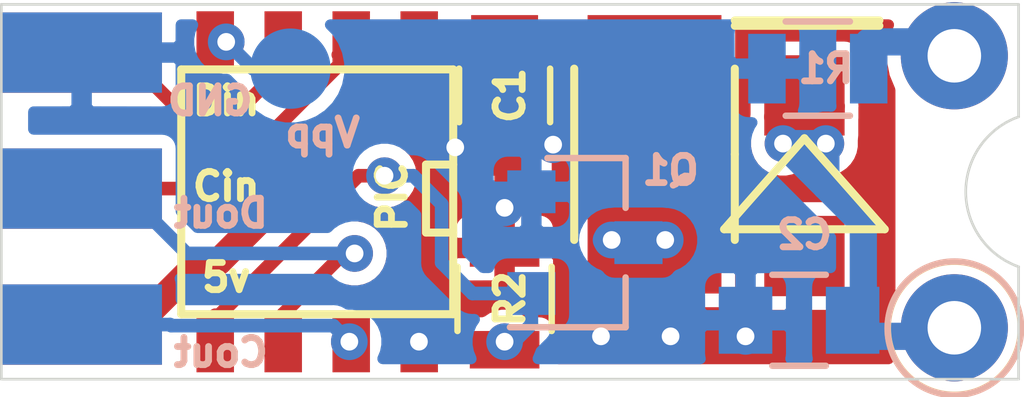
<source format=kicad_pcb>
(kicad_pcb (version 20171130) (host pcbnew "(5.1.4)-1")

  (general
    (thickness 1.6)
    (drawings 17)
    (tracks 95)
    (zones 0)
    (modules 12)
    (nets 12)
  )

  (page A4)
  (layers
    (0 F.Cu signal)
    (31 B.Cu signal)
    (32 B.Adhes user hide)
    (33 F.Adhes user hide)
    (34 B.Paste user hide)
    (35 F.Paste user hide)
    (36 B.SilkS user)
    (37 F.SilkS user)
    (38 B.Mask user)
    (39 F.Mask user)
    (40 Dwgs.User user hide)
    (41 Cmts.User user hide)
    (42 Eco1.User user hide)
    (43 Eco2.User user hide)
    (44 Edge.Cuts user)
    (45 Margin user hide)
    (46 B.CrtYd user hide)
    (47 F.CrtYd user hide)
    (48 B.Fab user hide)
    (49 F.Fab user hide)
  )

  (setup
    (last_trace_width 0.254)
    (user_trace_width 0.254)
    (user_trace_width 0.508)
    (trace_clearance 0.1524)
    (zone_clearance 0.254)
    (zone_45_only no)
    (trace_min 0.1524)
    (via_size 0.6858)
    (via_drill 0.3302)
    (via_min_size 0.508)
    (via_min_drill 0.254)
    (uvia_size 0.6858)
    (uvia_drill 0.3302)
    (uvias_allowed no)
    (uvia_min_size 0.2)
    (uvia_min_drill 0.1)
    (edge_width 0.05)
    (segment_width 0.2)
    (pcb_text_width 0.3)
    (pcb_text_size 1.5 1.5)
    (mod_edge_width 0.12)
    (mod_text_size 1 1)
    (mod_text_width 0.15)
    (pad_size 1.524 1.524)
    (pad_drill 0.762)
    (pad_to_mask_clearance 0.0508)
    (solder_mask_min_width 0.1016)
    (aux_axis_origin 0 0)
    (visible_elements 7FFFFFFF)
    (pcbplotparams
      (layerselection 0x010fc_ffffffff)
      (usegerberextensions false)
      (usegerberattributes false)
      (usegerberadvancedattributes false)
      (creategerberjobfile false)
      (excludeedgelayer true)
      (linewidth 0.100000)
      (plotframeref false)
      (viasonmask false)
      (mode 1)
      (useauxorigin false)
      (hpglpennumber 1)
      (hpglpenspeed 20)
      (hpglpendiameter 15.000000)
      (psnegative false)
      (psa4output false)
      (plotreference true)
      (plotvalue true)
      (plotinvisibletext false)
      (padsonsilk false)
      (subtractmaskfromsilk false)
      (outputformat 1)
      (mirror false)
      (drillshape 0)
      (scaleselection 1)
      (outputdirectory "gerber/"))
  )

  (net 0 "")
  (net 1 +5V)
  (net 2 GND)
  (net 3 "Net-(C2-Pad1)")
  (net 4 "Net-(D1-Pad2)")
  (net 5 "Net-(J1-Pad2)")
  (net 6 /SDAin)
  (net 7 /SCKin)
  (net 8 /SCKout)
  (net 9 /SDAout)
  (net 10 /Vpp)
  (net 11 "Net-(Q1-Pad1)")

  (net_class Default "This is the default net class."
    (clearance 0.1524)
    (trace_width 0.1524)
    (via_dia 0.6858)
    (via_drill 0.3302)
    (uvia_dia 0.6858)
    (uvia_drill 0.3302)
    (diff_pair_width 0.1524)
    (diff_pair_gap 0.1524)
    (add_net +5V)
    (add_net /SCKin)
    (add_net /SCKout)
    (add_net /SDAin)
    (add_net /SDAout)
    (add_net /Vpp)
    (add_net GND)
    (add_net "Net-(C2-Pad1)")
    (add_net "Net-(D1-Pad2)")
    (add_net "Net-(J1-Pad2)")
    (add_net "Net-(Q1-Pad1)")
  )

  (module neonpixel:SMD_pad (layer B.Cu) (tedit 5EB0150F) (tstamp 5EAED13B)
    (at 138.4 55)
    (path /5EB1C667)
    (fp_text reference J4 (at 0 -0.5) (layer B.Fab) hide
      (effects (font (size 1 1) (thickness 0.15)) (justify mirror))
    )
    (fp_text value Conn_01x01_Female (at 0 0.5) (layer B.Fab) hide
      (effects (font (size 1 1) (thickness 0.15)) (justify mirror))
    )
    (pad 1 smd circle (at 0 -1.2) (size 1.5 1.5) (layers B.Cu B.Paste B.Mask)
      (net 10 /Vpp))
  )

  (module SMD_Packages:SOIC-8-N (layer F.Cu) (tedit 5EB67B3C) (tstamp 5EB007FB)
    (at 138.9 56.1 180)
    (descr "Module Narrow CMS SOJ 8 pins large")
    (tags "CMS SOJ")
    (path /5EAE9375)
    (attr smd)
    (fp_text reference PIC (at -1.4 -0.1 270) (layer F.SilkS)
      (effects (font (size 0.508 0.508) (thickness 0.127)))
    )
    (fp_text value PIC16F15313 (at 0 1.27 180) (layer F.Fab)
      (effects (font (size 1 1) (thickness 0.15)))
    )
    (fp_line (start -2.54 -2.286) (end 2.54 -2.286) (layer F.SilkS) (width 0.15))
    (fp_line (start 2.54 -2.286) (end 2.54 2.286) (layer F.SilkS) (width 0.15))
    (fp_line (start 2.54 2.286) (end -2.54 2.286) (layer F.SilkS) (width 0.15))
    (fp_line (start -2.54 2.286) (end -2.54 -2.286) (layer F.SilkS) (width 0.15))
    (fp_line (start -2.54 -0.762) (end -2.032 -0.762) (layer F.SilkS) (width 0.15))
    (fp_line (start -2.032 -0.762) (end -2.032 0.508) (layer F.SilkS) (width 0.15))
    (fp_line (start -2.032 0.508) (end -2.54 0.508) (layer F.SilkS) (width 0.15))
    (pad 8 smd rect (at -1.905 -2.8 180) (size 0.7 1.143) (layers F.Cu F.Paste F.Mask)
      (net 2 GND))
    (pad 7 smd rect (at -0.635 -2.8 180) (size 0.7 1.143) (layers F.Cu F.Paste F.Mask)
      (net 8 /SCKout))
    (pad 6 smd rect (at 0.635 -2.8 180) (size 0.7 1.143) (layers F.Cu F.Paste F.Mask)
      (net 9 /SDAout))
    (pad 5 smd rect (at 1.905 -2.8 180) (size 0.7 1.143) (layers F.Cu F.Paste F.Mask)
      (net 11 "Net-(Q1-Pad1)"))
    (pad 4 smd rect (at 1.905 2.8 180) (size 0.7 1.143) (layers F.Cu F.Paste F.Mask)
      (net 10 /Vpp))
    (pad 3 smd rect (at 0.635 2.8 180) (size 0.7 1.143) (layers F.Cu F.Paste F.Mask)
      (net 6 /SDAin))
    (pad 2 smd rect (at -0.635 2.8 180) (size 0.7 1.143) (layers F.Cu F.Paste F.Mask)
      (net 7 /SCKin))
    (pad 1 smd rect (at -1.905 2.8 180) (size 0.7 1.143) (layers F.Cu F.Paste F.Mask)
      (net 1 +5V))
    (model SMD_Packages.3dshapes/SOIC-8-N.wrl
      (at (xyz 0 0 0))
      (scale (xyz 0.5 0.38 0.5))
      (rotate (xyz 0 0 0))
    )
  )

  (module neonpixel:NeonPins (layer F.Cu) (tedit 5EB006B1) (tstamp 5EB01BA7)
    (at 148.8 56.1 90)
    (path /5EAF66E3)
    (fp_text reference J1 (at 0 0.5 90) (layer F.Fab) hide
      (effects (font (size 1 1) (thickness 0.15)))
    )
    (fp_text value Conn_01x02_Female (at 0 -0.5 90) (layer F.Fab) hide
      (effects (font (size 1 1) (thickness 0.15)))
    )
    (pad 2 thru_hole circle (at 2.54 2 90) (size 2 2) (drill 1) (layers *.Cu *.Mask)
      (net 5 "Net-(J1-Pad2)"))
    (pad 1 thru_hole circle (at -2.54 2 90) (size 2 2) (drill 1) (layers *.Cu *.Mask)
      (net 3 "Net-(C2-Pad1)"))
  )

  (module neonpixel:SMD_inductor (layer F.Cu) (tedit 5EAFED1A) (tstamp 5EAECD40)
    (at 147.2 55.4 270)
    (path /5EAED63B)
    (fp_text reference L1 (at 0 0.5 90) (layer F.Fab) hide
      (effects (font (size 1 1) (thickness 0.15)))
    )
    (fp_text value 10uH (at 0 -2.1 90) (layer F.Fab) hide
      (effects (font (size 1 1) (thickness 0.15)))
    )
    (fp_line (start 0 0.5) (end -1.6 0.5) (layer F.SilkS) (width 0.15))
    (fp_line (start -1.6 3.5) (end 1.6 3.5) (layer F.SilkS) (width 0.15))
    (fp_line (start 1.6 0.5) (end 0 0.5) (layer F.SilkS) (width 0.15))
    (pad 1 smd rect (at -1.6 2 270) (size 2 2.5) (layers F.Cu F.Paste F.Mask)
      (net 1 +5V))
    (pad 2 smd rect (at 1.6 2 270) (size 2 2.5) (layers F.Cu F.Paste F.Mask)
      (net 4 "Net-(D1-Pad2)"))
  )

  (module neonpixel:SMD_Diode (layer F.Cu) (tedit 5EAFEAE2) (tstamp 5EAECD31)
    (at 149.5 55.8 270)
    (path /5EAEBEA7)
    (fp_text reference D1 (at 0 0.5 90) (layer F.Fab) hide
      (effects (font (size 1 1) (thickness 0.15)))
    )
    (fp_text value D_Schottky (at 0 -2.4 90) (layer F.Fab) hide
      (effects (font (size 1 1) (thickness 0.15)))
    )
    (fp_line (start -2.8 0.1) (end -2.8 2.8) (layer F.SilkS) (width 0.15))
    (fp_line (start 1 3) (end -0.7 1.5) (layer F.SilkS) (width 0.15))
    (fp_line (start 1 0) (end 1 3) (layer F.SilkS) (width 0.15))
    (fp_line (start -0.7 1.5) (end 1 0) (layer F.SilkS) (width 0.15))
    (fp_line (start -2.9 0.1) (end -2.9 2.8) (layer F.SilkS) (width 0.15))
    (pad 2 smd rect (at 1.5 1.5 270) (size 1.5 1.5) (layers F.Cu F.Paste F.Mask)
      (net 4 "Net-(D1-Pad2)"))
    (pad 1 smd rect (at -1.5 1.5 270) (size 1.5 1.5) (layers F.Cu F.Paste F.Mask)
      (net 3 "Net-(C2-Pad1)"))
  )

  (module neonpixel:SMD_3_pin_254 (layer B.Cu) (tedit 5EAED37C) (tstamp 5EAECF14)
    (at 134.5 53.5 180)
    (path /5EB1DEC1)
    (fp_text reference J3 (at 0 2.56) (layer B.SilkS) hide
      (effects (font (size 1 1) (thickness 0.15)) (justify mirror))
    )
    (fp_text value Conn_01x03_Female (at 0 -2.56) (layer B.Fab)
      (effects (font (size 1 1) (thickness 0.15)) (justify mirror))
    )
    (fp_text user %R (at 0 0 270) (layer B.Fab)
      (effects (font (size 1 1) (thickness 0.15)) (justify mirror))
    )
    (pad 3 smd rect (at 0 -5.08 180) (size 3 1.5) (layers B.Cu B.Paste B.Mask)
      (net 8 /SCKout))
    (pad 1 smd rect (at 0 0 180) (size 3 1.5) (layers B.Cu B.Paste B.Mask)
      (net 2 GND))
    (pad 2 smd rect (at 0 -2.54 180) (size 3 1.5) (layers B.Cu B.Paste B.Mask)
      (net 9 /SDAout))
  )

  (module neonpixel:SMD_3_pin_254 (layer F.Cu) (tedit 5EAED37C) (tstamp 5EAECD37)
    (at 134.5 58.58 180)
    (path /5EB1D17B)
    (fp_text reference J2 (at 0 -2.56) (layer F.SilkS) hide
      (effects (font (size 1 1) (thickness 0.15)))
    )
    (fp_text value Conn_01x03_Female (at 0 2.56) (layer F.Fab)
      (effects (font (size 1 1) (thickness 0.15)))
    )
    (fp_text user %R (at 0 0 90) (layer F.Fab)
      (effects (font (size 1 1) (thickness 0.15)))
    )
    (pad 3 smd rect (at 0 5.08 180) (size 3 1.5) (layers F.Cu F.Paste F.Mask)
      (net 6 /SDAin))
    (pad 1 smd rect (at 0 0 180) (size 3 1.5) (layers F.Cu F.Paste F.Mask)
      (net 1 +5V))
    (pad 2 smd rect (at 0 2.54 180) (size 3 1.5) (layers F.Cu F.Paste F.Mask)
      (net 7 /SCKin))
  )

  (module Resistors_SMD:R_0805 (layer F.Cu) (tedit 58E0A804) (tstamp 5EAECD49)
    (at 142.4 58.1 90)
    (descr "Resistor SMD 0805, reflow soldering, Vishay (see dcrcw.pdf)")
    (tags "resistor 0805")
    (path /5EAEC3E7)
    (attr smd)
    (fp_text reference R2 (at 0 0.1 90) (layer F.SilkS)
      (effects (font (size 0.508 0.508) (thickness 0.127)))
    )
    (fp_text value 100K (at 0 1.75 90) (layer F.Fab)
      (effects (font (size 1 1) (thickness 0.15)))
    )
    (fp_text user %R (at 0.2 0.41 90) (layer F.Fab)
      (effects (font (size 0.5 0.5) (thickness 0.075)))
    )
    (fp_line (start -1 0.62) (end -1 -0.62) (layer F.Fab) (width 0.1))
    (fp_line (start 1 0.62) (end -1 0.62) (layer F.Fab) (width 0.1))
    (fp_line (start 1 -0.62) (end 1 0.62) (layer F.Fab) (width 0.1))
    (fp_line (start -1 -0.62) (end 1 -0.62) (layer F.Fab) (width 0.1))
    (fp_line (start 0.6 0.88) (end -0.6 0.88) (layer F.SilkS) (width 0.12))
    (fp_line (start -0.6 -0.88) (end 0.6 -0.88) (layer F.SilkS) (width 0.12))
    (fp_line (start -1.55 -0.9) (end 1.55 -0.9) (layer F.CrtYd) (width 0.05))
    (fp_line (start -1.55 -0.9) (end -1.55 0.9) (layer F.CrtYd) (width 0.05))
    (fp_line (start 1.55 0.9) (end 1.55 -0.9) (layer F.CrtYd) (width 0.05))
    (fp_line (start 1.55 0.9) (end -1.55 0.9) (layer F.CrtYd) (width 0.05))
    (pad 1 smd rect (at -0.95 0 90) (size 0.7 1.3) (layers F.Cu F.Paste F.Mask)
      (net 11 "Net-(Q1-Pad1)"))
    (pad 2 smd rect (at 0.95 0 90) (size 0.7 1.3) (layers F.Cu F.Paste F.Mask)
      (net 2 GND))
    (model ${KISYS3DMOD}/Resistors_SMD.3dshapes/R_0805.wrl
      (at (xyz 0 0 0))
      (scale (xyz 1 1 1))
      (rotate (xyz 0 0 0))
    )
  )

  (module Resistors_SMD:R_0805 (layer B.Cu) (tedit 58E0A804) (tstamp 5EAED3FF)
    (at 148.25 53.8 180)
    (descr "Resistor SMD 0805, reflow soldering, Vishay (see dcrcw.pdf)")
    (tags "resistor 0805")
    (path /5EAEC980)
    (attr smd)
    (fp_text reference R1 (at -0.15 0) (layer B.SilkS)
      (effects (font (size 0.508 0.508) (thickness 0.127)) (justify mirror))
    )
    (fp_text value 10K (at 0 -1.75) (layer B.Fab)
      (effects (font (size 1 1) (thickness 0.15)) (justify mirror))
    )
    (fp_text user %R (at 0 0) (layer B.Fab)
      (effects (font (size 0.5 0.5) (thickness 0.075)) (justify mirror))
    )
    (fp_line (start -1 -0.62) (end -1 0.62) (layer B.Fab) (width 0.1))
    (fp_line (start 1 -0.62) (end -1 -0.62) (layer B.Fab) (width 0.1))
    (fp_line (start 1 0.62) (end 1 -0.62) (layer B.Fab) (width 0.1))
    (fp_line (start -1 0.62) (end 1 0.62) (layer B.Fab) (width 0.1))
    (fp_line (start 0.6 -0.88) (end -0.6 -0.88) (layer B.SilkS) (width 0.12))
    (fp_line (start -0.6 0.88) (end 0.6 0.88) (layer B.SilkS) (width 0.12))
    (fp_line (start -1.55 0.9) (end 1.55 0.9) (layer B.CrtYd) (width 0.05))
    (fp_line (start -1.55 0.9) (end -1.55 -0.9) (layer B.CrtYd) (width 0.05))
    (fp_line (start 1.55 -0.9) (end 1.55 0.9) (layer B.CrtYd) (width 0.05))
    (fp_line (start 1.55 -0.9) (end -1.55 -0.9) (layer B.CrtYd) (width 0.05))
    (pad 1 smd rect (at -0.95 0 180) (size 0.7 1.3) (layers B.Cu B.Paste B.Mask)
      (net 5 "Net-(J1-Pad2)"))
    (pad 2 smd rect (at 0.95 0 180) (size 0.7 1.3) (layers B.Cu B.Paste B.Mask)
      (net 2 GND))
    (model ${KISYS3DMOD}/Resistors_SMD.3dshapes/R_0805.wrl
      (at (xyz 0 0 0))
      (scale (xyz 1 1 1))
      (rotate (xyz 0 0 0))
    )
  )

  (module TO_SOT_Packages_SMD:SOT-23 (layer B.Cu) (tedit 58CE4E7E) (tstamp 5EAED4AF)
    (at 143.9 57.05)
    (descr "SOT-23, Standard")
    (tags SOT-23)
    (path /5EAE9CA1)
    (attr smd)
    (fp_text reference Q1 (at 1.6 -1.35) (layer B.SilkS)
      (effects (font (size 0.508 0.508) (thickness 0.127)) (justify mirror))
    )
    (fp_text value BSS138 (at 0 -2.5) (layer B.Fab)
      (effects (font (size 1 1) (thickness 0.15)) (justify mirror))
    )
    (fp_text user %R (at 0 0 270) (layer B.Fab)
      (effects (font (size 0.5 0.5) (thickness 0.075)) (justify mirror))
    )
    (fp_line (start -0.7 0.95) (end -0.7 -1.5) (layer B.Fab) (width 0.1))
    (fp_line (start -0.15 1.52) (end 0.7 1.52) (layer B.Fab) (width 0.1))
    (fp_line (start -0.7 0.95) (end -0.15 1.52) (layer B.Fab) (width 0.1))
    (fp_line (start 0.7 1.52) (end 0.7 -1.52) (layer B.Fab) (width 0.1))
    (fp_line (start -0.7 -1.52) (end 0.7 -1.52) (layer B.Fab) (width 0.1))
    (fp_line (start 0.76 -1.58) (end 0.76 -0.65) (layer B.SilkS) (width 0.12))
    (fp_line (start 0.76 1.58) (end 0.76 0.65) (layer B.SilkS) (width 0.12))
    (fp_line (start -1.7 1.75) (end 1.7 1.75) (layer B.CrtYd) (width 0.05))
    (fp_line (start 1.7 1.75) (end 1.7 -1.75) (layer B.CrtYd) (width 0.05))
    (fp_line (start 1.7 -1.75) (end -1.7 -1.75) (layer B.CrtYd) (width 0.05))
    (fp_line (start -1.7 -1.75) (end -1.7 1.75) (layer B.CrtYd) (width 0.05))
    (fp_line (start 0.76 1.58) (end -1.4 1.58) (layer B.SilkS) (width 0.12))
    (fp_line (start 0.76 -1.58) (end -0.7 -1.58) (layer B.SilkS) (width 0.12))
    (pad 1 smd rect (at -1 0.95) (size 0.9 0.8) (layers B.Cu B.Paste B.Mask)
      (net 11 "Net-(Q1-Pad1)"))
    (pad 2 smd rect (at -1 -0.95) (size 0.9 0.8) (layers B.Cu B.Paste B.Mask)
      (net 2 GND))
    (pad 3 smd rect (at 1 0) (size 0.9 0.8) (layers B.Cu B.Paste B.Mask)
      (net 4 "Net-(D1-Pad2)"))
    (model ${KISYS3DMOD}/TO_SOT_Packages_SMD.3dshapes/SOT-23.wrl
      (at (xyz 0 0 0))
      (scale (xyz 1 1 1))
      (rotate (xyz 0 0 0))
    )
  )

  (module Capacitors_SMD:C_0805 (layer B.Cu) (tedit 58AA8463) (tstamp 5EAECD2E)
    (at 147.9 58.5 180)
    (descr "Capacitor SMD 0805, reflow soldering, AVX (see smccp.pdf)")
    (tags "capacitor 0805")
    (path /5EAECE88)
    (attr smd)
    (fp_text reference C2 (at -0.1 1.6) (layer B.SilkS)
      (effects (font (size 0.508 0.508) (thickness 0.127)) (justify mirror))
    )
    (fp_text value 1n (at 0 -1.75) (layer B.Fab)
      (effects (font (size 1 1) (thickness 0.15)) (justify mirror))
    )
    (fp_text user %R (at 0 1.5) (layer B.Fab)
      (effects (font (size 1 1) (thickness 0.15)) (justify mirror))
    )
    (fp_line (start -1 -0.62) (end -1 0.62) (layer B.Fab) (width 0.1))
    (fp_line (start 1 -0.62) (end -1 -0.62) (layer B.Fab) (width 0.1))
    (fp_line (start 1 0.62) (end 1 -0.62) (layer B.Fab) (width 0.1))
    (fp_line (start -1 0.62) (end 1 0.62) (layer B.Fab) (width 0.1))
    (fp_line (start 0.5 0.85) (end -0.5 0.85) (layer B.SilkS) (width 0.12))
    (fp_line (start -0.5 -0.85) (end 0.5 -0.85) (layer B.SilkS) (width 0.12))
    (fp_line (start -1.75 0.88) (end 1.75 0.88) (layer B.CrtYd) (width 0.05))
    (fp_line (start -1.75 0.88) (end -1.75 -0.87) (layer B.CrtYd) (width 0.05))
    (fp_line (start 1.75 -0.87) (end 1.75 0.88) (layer B.CrtYd) (width 0.05))
    (fp_line (start 1.75 -0.87) (end -1.75 -0.87) (layer B.CrtYd) (width 0.05))
    (pad 1 smd rect (at -1 0 180) (size 1 1.25) (layers B.Cu B.Paste B.Mask)
      (net 3 "Net-(C2-Pad1)"))
    (pad 2 smd rect (at 1 0 180) (size 1 1.25) (layers B.Cu B.Paste B.Mask)
      (net 2 GND))
    (model Capacitors_SMD.3dshapes/C_0805.wrl
      (at (xyz 0 0 0))
      (scale (xyz 1 1 1))
      (rotate (xyz 0 0 0))
    )
  )

  (module Capacitors_SMD:C_0805 (layer F.Cu) (tedit 58AA8463) (tstamp 5EAECD2B)
    (at 142.4 54.3 270)
    (descr "Capacitor SMD 0805, reflow soldering, AVX (see smccp.pdf)")
    (tags "capacitor 0805")
    (path /5EAED232)
    (attr smd)
    (fp_text reference C1 (at 0 -0.1 90) (layer F.SilkS)
      (effects (font (size 0.508 0.508) (thickness 0.127)))
    )
    (fp_text value 100n (at 0 1.75 90) (layer F.Fab)
      (effects (font (size 1 1) (thickness 0.15)))
    )
    (fp_text user %R (at 0 -1.5 90) (layer F.Fab)
      (effects (font (size 1 1) (thickness 0.15)))
    )
    (fp_line (start -1 0.62) (end -1 -0.62) (layer F.Fab) (width 0.1))
    (fp_line (start 1 0.62) (end -1 0.62) (layer F.Fab) (width 0.1))
    (fp_line (start 1 -0.62) (end 1 0.62) (layer F.Fab) (width 0.1))
    (fp_line (start -1 -0.62) (end 1 -0.62) (layer F.Fab) (width 0.1))
    (fp_line (start 0.5 -0.85) (end -0.5 -0.85) (layer F.SilkS) (width 0.12))
    (fp_line (start -0.5 0.85) (end 0.5 0.85) (layer F.SilkS) (width 0.12))
    (fp_line (start -1.75 -0.88) (end 1.75 -0.88) (layer F.CrtYd) (width 0.05))
    (fp_line (start -1.75 -0.88) (end -1.75 0.87) (layer F.CrtYd) (width 0.05))
    (fp_line (start 1.75 0.87) (end 1.75 -0.88) (layer F.CrtYd) (width 0.05))
    (fp_line (start 1.75 0.87) (end -1.75 0.87) (layer F.CrtYd) (width 0.05))
    (pad 1 smd rect (at -1 0 270) (size 1 1.25) (layers F.Cu F.Paste F.Mask)
      (net 1 +5V))
    (pad 2 smd rect (at 1 0 270) (size 1 1.25) (layers F.Cu F.Paste F.Mask)
      (net 2 GND))
    (model Capacitors_SMD.3dshapes/C_0805.wrl
      (at (xyz 0 0 0))
      (scale (xyz 1 1 1))
      (rotate (xyz 0 0 0))
    )
  )

  (gr_circle (center 150.7998 58.6486) (end 151.8412 57.9628) (layer B.SilkS) (width 0.12))
  (gr_circle (center 150.7998 58.6486) (end 151.7396 57.8358) (layer F.SilkS) (width 0.12))
  (gr_arc (start 152.5 56.1) (end 152.000002 54.700002) (angle -140.6923752) (layer Edge.Cuts) (width 0.05))
  (gr_text "pierre muth" (at 144.018 54.5084) (layer B.Mask)
    (effects (font (size 0.508 0.5588) (thickness 0.0762)) (justify mirror))
  )
  (gr_text NeonPixel (at 143.1036 53.594) (layer B.Mask)
    (effects (font (size 0.889 0.9652) (thickness 0.127)) (justify mirror))
  )
  (gr_text Vpp (at 139 55) (layer B.SilkS) (tstamp 5EB022ED)
    (effects (font (size 0.508 0.508) (thickness 0.127)) (justify mirror))
  )
  (gr_text Din (at 137.2 54.4) (layer F.SilkS) (tstamp 5EB01DC4)
    (effects (font (size 0.508 0.508) (thickness 0.127)))
  )
  (gr_text Cin (at 137.2 56) (layer F.SilkS) (tstamp 5EB01DC4)
    (effects (font (size 0.508 0.508) (thickness 0.127)))
  )
  (gr_text "Cout\n" (at 137.1 59.1) (layer B.SilkS) (tstamp 5EB01DA8)
    (effects (font (size 0.508 0.508) (thickness 0.127)) (justify mirror))
  )
  (gr_text Dout (at 137.1 56.5) (layer B.SilkS) (tstamp 5EB01DA8)
    (effects (font (size 0.508 0.508) (thickness 0.127)) (justify mirror))
  )
  (gr_text GND (at 136.9 54.4) (layer B.SilkS)
    (effects (font (size 0.508 0.508) (thickness 0.127)) (justify mirror))
  )
  (gr_text 5v (at 137.2 57.7) (layer F.SilkS)
    (effects (font (size 0.508 0.508) (thickness 0.127)))
  )
  (gr_line (start 152 59.6) (end 152 57.5) (layer Edge.Cuts) (width 0.05))
  (gr_line (start 152 52.6) (end 152 54.7) (layer Edge.Cuts) (width 0.05))
  (gr_line (start 133 52.6) (end 133 59.6) (layer Edge.Cuts) (width 0.05) (tstamp 5EAED5FE))
  (gr_line (start 152 52.6) (end 133 52.6) (layer Edge.Cuts) (width 0.05))
  (gr_line (start 133 59.6) (end 152 59.6) (layer Edge.Cuts) (width 0.05))

  (segment (start 140.805 52.925) (end 140.825 52.925) (width 0.254) (layer F.Cu) (net 1))
  (segment (start 141.2 53.3) (end 142.4 53.3) (width 0.254) (layer F.Cu) (net 1))
  (segment (start 140.825 52.925) (end 141.2 53.3) (width 0.254) (layer F.Cu) (net 1))
  (segment (start 144.5 53.3) (end 145 53.8) (width 0.508) (layer F.Cu) (net 1))
  (segment (start 142.4 53.3) (end 144.5 53.3) (width 0.508) (layer F.Cu) (net 1))
  (segment (start 135.437022 58.58) (end 134.5 58.58) (width 0.508) (layer F.Cu) (net 1))
  (segment (start 142.4 53.3) (end 141.267 53.3) (width 0.508) (layer F.Cu) (net 1))
  (segment (start 141.267 53.3) (end 140.805 53.3) (width 0.508) (layer F.Cu) (net 1))
  (segment (start 135.25 58.58) (end 134.5 58.58) (width 0.508) (layer F.Cu) (net 1))
  (segment (start 135.4252 58.58) (end 134.5 58.58) (width 0.508) (layer F.Cu) (net 1))
  (segment (start 135.5268 58.58) (end 134.5 58.58) (width 0.508) (layer F.Cu) (net 1))
  (segment (start 140.805 54.0638) (end 140.13179 54.73701) (width 0.508) (layer F.Cu) (net 1))
  (segment (start 140.805 53.3) (end 140.805 54.0638) (width 0.508) (layer F.Cu) (net 1))
  (segment (start 140.13179 54.73701) (end 139.72539 54.73701) (width 0.508) (layer F.Cu) (net 1))
  (segment (start 139.72539 54.73701) (end 137.0584 57.404) (width 0.508) (layer F.Cu) (net 1))
  (segment (start 137.0584 57.404) (end 136.7028 57.404) (width 0.508) (layer F.Cu) (net 1))
  (segment (start 136.7028 57.404) (end 135.5268 58.58) (width 0.508) (layer F.Cu) (net 1))
  (via (at 146.9 58.8) (size 0.6858) (drill 0.3302) (layers F.Cu B.Cu) (net 2))
  (via (at 140.8 58.9) (size 0.6858) (drill 0.3302) (layers F.Cu B.Cu) (net 2))
  (via (at 144.2 58.8) (size 0.6858) (drill 0.3302) (layers F.Cu B.Cu) (net 2))
  (via (at 145.5 58.8) (size 0.6858) (drill 0.3302) (layers F.Cu B.Cu) (net 2))
  (via (at 142.4 56.4) (size 0.6858) (drill 0.3302) (layers F.Cu B.Cu) (net 2))
  (via (at 141.478 55.2704) (size 0.6858) (drill 0.3302) (layers F.Cu B.Cu) (net 2))
  (via (at 143.3068 55.2196) (size 0.6858) (drill 0.3302) (layers F.Cu B.Cu) (net 2))
  (segment (start 150.94 58.8) (end 151.1 58.64) (width 0.508) (layer B.Cu) (net 3))
  (segment (start 148.5 54.5) (end 148 54) (width 0.508) (layer F.Cu) (net 3))
  (segment (start 148.5 54.7) (end 148.5 54.5) (width 0.508) (layer F.Cu) (net 3))
  (segment (start 148 54.2) (end 147.5 54.7) (width 0.508) (layer F.Cu) (net 3))
  (segment (start 148 54) (end 148 54.2) (width 0.508) (layer F.Cu) (net 3))
  (segment (start 150.64 58.8) (end 150.8 58.64) (width 0.508) (layer B.Cu) (net 3))
  (segment (start 149.1 58.8) (end 150.64 58.8) (width 0.508) (layer B.Cu) (net 3))
  (via (at 147.6 55.2) (size 0.6858) (drill 0.3302) (layers F.Cu B.Cu) (net 3))
  (segment (start 148 54.3) (end 148 54.8) (width 0.508) (layer F.Cu) (net 3))
  (segment (start 148 54.8) (end 147.6 55.2) (width 0.508) (layer F.Cu) (net 3))
  (segment (start 149.1 56.7) (end 149.1 58.5) (width 0.508) (layer B.Cu) (net 3))
  (via (at 148.4 55.2) (size 0.6858) (drill 0.3302) (layers F.Cu B.Cu) (net 3))
  (segment (start 148.4 56) (end 148.4 55.2) (width 0.508) (layer B.Cu) (net 3))
  (segment (start 148.4 56) (end 149.1 56.7) (width 0.508) (layer B.Cu) (net 3))
  (segment (start 147.6 55.2) (end 148.4 56) (width 0.508) (layer B.Cu) (net 3))
  (segment (start 148.4 54.7) (end 148 54.3) (width 0.508) (layer F.Cu) (net 3))
  (segment (start 148.4 55.2) (end 148.4 54.7) (width 0.508) (layer F.Cu) (net 3))
  (segment (start 147.6 55.2) (end 148.4 55.2) (width 0.508) (layer B.Cu) (net 3))
  (via (at 144.4 57) (size 0.6858) (drill 0.3302) (layers F.Cu B.Cu) (net 4))
  (segment (start 148 57) (end 145.4 57) (width 0.508) (layer F.Cu) (net 4))
  (via (at 145.4 57) (size 0.6858) (drill 0.3302) (layers F.Cu B.Cu) (net 4))
  (segment (start 145 57) (end 145.4 57) (width 0.508) (layer F.Cu) (net 4))
  (segment (start 145.35 57.05) (end 145.4 57) (width 0.508) (layer B.Cu) (net 4))
  (segment (start 144.9 57.05) (end 145.35 57.05) (width 0.508) (layer B.Cu) (net 4))
  (segment (start 144.35 57.05) (end 144.3 57) (width 0.508) (layer B.Cu) (net 4))
  (segment (start 144.9 57.05) (end 144.35 57.05) (width 0.508) (layer B.Cu) (net 4))
  (segment (start 150.84 53.3) (end 151.1 53.56) (width 0.508) (layer B.Cu) (net 5))
  (segment (start 150.54 53.3) (end 150.8 53.56) (width 0.508) (layer B.Cu) (net 5))
  (segment (start 149.2 53.3) (end 150.54 53.3) (width 0.508) (layer B.Cu) (net 5))
  (segment (start 138.265 53.3) (end 138.265 53.759) (width 0.254) (layer F.Cu) (net 6))
  (segment (start 138.265 53.759) (end 137.4648 54.5592) (width 0.254) (layer F.Cu) (net 6))
  (segment (start 135.25 53.5) (end 134.5 53.5) (width 0.254) (layer F.Cu) (net 6))
  (segment (start 136.3092 54.5592) (end 135.25 53.5) (width 0.254) (layer F.Cu) (net 6))
  (segment (start 137.4648 54.5592) (end 136.3092 54.5592) (width 0.254) (layer F.Cu) (net 6))
  (segment (start 139.535 53.2425) (end 139.535 52.925) (width 0.254) (layer F.Cu) (net 7))
  (segment (start 139.535 53.3) (end 139.535 53.6066) (width 0.254) (layer F.Cu) (net 7))
  (segment (start 139.2936 53.5414) (end 139.535 53.3) (width 0.254) (layer F.Cu) (net 7))
  (segment (start 137 56.04) (end 134.5 56.04) (width 0.254) (layer F.Cu) (net 7))
  (segment (start 139.535 53.3) (end 139.535 53.505) (width 0.254) (layer F.Cu) (net 7))
  (segment (start 139.535 53.505) (end 137 56.04) (width 0.254) (layer F.Cu) (net 7))
  (segment (start 136.1524 58.58) (end 136.1724 58.6) (width 0.254) (layer B.Cu) (net 8))
  (segment (start 139.5 58.9) (end 139.5 59.24) (width 0.254) (layer F.Cu) (net 8))
  (segment (start 139.5 59.24) (end 139.535 59.275) (width 0.254) (layer F.Cu) (net 8))
  (segment (start 139.2 58.6) (end 139.5 58.9) (width 0.254) (layer B.Cu) (net 8))
  (segment (start 136.1724 58.6) (end 139.2 58.6) (width 0.254) (layer B.Cu) (net 8))
  (via (at 139.5 58.9) (size 0.6858) (drill 0.3302) (layers F.Cu B.Cu) (net 8))
  (segment (start 134.5 58.58) (end 136.1524 58.58) (width 0.254) (layer B.Cu) (net 8))
  (segment (start 136.4616 57.2516) (end 135.25 56.04) (width 0.254) (layer B.Cu) (net 9))
  (segment (start 139.3952 57.2516) (end 139.5984 57.2516) (width 0.254) (layer F.Cu) (net 9))
  (segment (start 139.5984 57.2516) (end 136.4616 57.2516) (width 0.254) (layer B.Cu) (net 9))
  (segment (start 138.265 58.9) (end 138.265 58.3818) (width 0.254) (layer F.Cu) (net 9))
  (segment (start 138.265 58.3818) (end 139.3952 57.2516) (width 0.254) (layer F.Cu) (net 9))
  (via (at 139.5984 57.2516) (size 0.6858) (drill 0.3302) (layers F.Cu B.Cu) (net 9))
  (segment (start 135.25 56.04) (end 134.5 56.04) (width 0.254) (layer B.Cu) (net 9))
  (segment (start 137.1 53.4) (end 137 53.3) (width 0.254) (layer B.Cu) (net 10))
  (via (at 137.2 53.3) (size 0.6858) (drill 0.3302) (layers F.Cu B.Cu) (net 10))
  (segment (start 138.4 53.8) (end 137.7 53.8) (width 0.254) (layer B.Cu) (net 10))
  (segment (start 137.7 53.8) (end 137.2 53.3) (width 0.254) (layer B.Cu) (net 10))
  (via (at 142.4 58.9) (size 0.6858) (drill 0.3302) (layers F.Cu B.Cu) (net 11))
  (segment (start 142.9 58.5797) (end 142.4 59.0797) (width 0.254) (layer B.Cu) (net 11))
  (segment (start 142.9 58) (end 142.9 58.5797) (width 0.254) (layer B.Cu) (net 11))
  (segment (start 141.8 58) (end 142.9 58) (width 0.254) (layer B.Cu) (net 11))
  (segment (start 141.224 57.424) (end 141.8 58) (width 0.254) (layer B.Cu) (net 11))
  (segment (start 136.995 58.405) (end 136.995 59.275) (width 0.254) (layer F.Cu) (net 11))
  (segment (start 140.1572 55.8) (end 140.6944 55.8) (width 0.254) (layer B.Cu) (net 11))
  (segment (start 140.6944 55.8) (end 141.224 56.3296) (width 0.254) (layer B.Cu) (net 11))
  (segment (start 141.224 56.3296) (end 141.224 57.424) (width 0.254) (layer B.Cu) (net 11))
  (via (at 140.1572 55.8) (size 0.6858) (drill 0.3302) (layers F.Cu B.Cu) (net 11))
  (segment (start 136.995 58.477267) (end 136.995 58.9) (width 0.254) (layer F.Cu) (net 11))
  (segment (start 139.672267 55.8) (end 136.995 58.477267) (width 0.254) (layer F.Cu) (net 11))
  (segment (start 140.1572 55.8) (end 139.672267 55.8) (width 0.254) (layer F.Cu) (net 11))

  (zone (net 2) (net_name GND) (layer B.Cu) (tstamp 5EB047F8) (hatch edge 0.508)
    (connect_pads (clearance 0.254))
    (min_thickness 0.2032)
    (fill yes (arc_segments 32) (thermal_gap 0.254) (thermal_bridge_width 0.381))
    (polygon
      (pts
        (xy 133.5 52.6) (xy 149.6 52.6) (xy 149.6 59.6) (xy 133.5 59.6)
      )
    )
    (filled_polygon
      (pts
        (xy 136.528343 53.096255) (xy 136.5015 53.231204) (xy 136.5015 53.368796) (xy 136.528343 53.503745) (xy 136.580997 53.630864)
        (xy 136.657439 53.745268) (xy 136.754732 53.842561) (xy 136.869136 53.919003) (xy 136.996255 53.971657) (xy 137.131204 53.9985)
        (xy 137.216 53.9985) (xy 137.336116 54.118616) (xy 137.336887 54.122492) (xy 137.42023 54.323698) (xy 137.541224 54.504779)
        (xy 137.695221 54.658776) (xy 137.876302 54.77977) (xy 138.077508 54.863113) (xy 138.291108 54.9056) (xy 138.508892 54.9056)
        (xy 138.722492 54.863113) (xy 138.923698 54.77977) (xy 139.104779 54.658776) (xy 139.258776 54.504779) (xy 139.37977 54.323698)
        (xy 139.463113 54.122492) (xy 139.5056 53.908892) (xy 139.5056 53.691108) (xy 139.463113 53.477508) (xy 139.37977 53.276302)
        (xy 139.258776 53.095221) (xy 139.144155 52.9806) (xy 146.637335 52.9806) (xy 146.619878 53.013259) (xy 146.599545 53.08029)
        (xy 146.592679 53.15) (xy 146.5944 53.6222) (xy 146.6833 53.7111) (xy 147.2111 53.7111) (xy 147.2111 53.6911)
        (xy 147.3889 53.6911) (xy 147.3889 53.7111) (xy 147.9167 53.7111) (xy 148.0056 53.6222) (xy 148.007321 53.15)
        (xy 148.000455 53.08029) (xy 147.980122 53.013259) (xy 147.962665 52.9806) (xy 148.537336 52.9806) (xy 148.519879 53.01326)
        (xy 148.499546 53.08029) (xy 148.49268 53.15) (xy 148.49268 54.45) (xy 148.498331 54.507375) (xy 148.468796 54.5015)
        (xy 148.331204 54.5015) (xy 148.196255 54.528343) (xy 148.069136 54.580997) (xy 148.055063 54.5904) (xy 147.978166 54.5904)
        (xy 147.980122 54.586741) (xy 148.000455 54.51971) (xy 148.007321 54.45) (xy 148.0056 53.9778) (xy 147.9167 53.8889)
        (xy 147.3889 53.8889) (xy 147.3889 53.9089) (xy 147.2111 53.9089) (xy 147.2111 53.8889) (xy 146.6833 53.8889)
        (xy 146.5944 53.9778) (xy 146.592679 54.45) (xy 146.599545 54.51971) (xy 146.619878 54.586741) (xy 146.652898 54.648517)
        (xy 146.697336 54.702664) (xy 146.751483 54.747102) (xy 146.813259 54.780122) (xy 146.88029 54.800455) (xy 146.95 54.807321)
        (xy 147.022786 54.806594) (xy 146.980997 54.869136) (xy 146.928343 54.996255) (xy 146.9015 55.131204) (xy 146.9015 55.268796)
        (xy 146.928343 55.403745) (xy 146.980997 55.530864) (xy 147.057439 55.645268) (xy 147.154732 55.742561) (xy 147.269136 55.819003)
        (xy 147.396255 55.871657) (xy 147.412856 55.874959) (xy 147.94777 56.409874) (xy 147.966862 56.433138) (xy 147.990131 56.452235)
        (xy 148.4904 56.952505) (xy 148.4904 57.51768) (xy 148.4 57.51768) (xy 148.33029 57.524546) (xy 148.26326 57.544879)
        (xy 148.201484 57.577899) (xy 148.147337 57.622337) (xy 148.102899 57.676484) (xy 148.069879 57.73826) (xy 148.049546 57.80529)
        (xy 148.04268 57.875) (xy 148.04268 59.125) (xy 148.049546 59.19471) (xy 148.057036 59.2194) (xy 147.742966 59.2194)
        (xy 147.750455 59.19471) (xy 147.757321 59.125) (xy 147.7556 58.6778) (xy 147.6667 58.5889) (xy 146.9889 58.5889)
        (xy 146.9889 58.6089) (xy 146.8111 58.6089) (xy 146.8111 58.5889) (xy 146.1333 58.5889) (xy 146.0444 58.6778)
        (xy 146.042679 59.125) (xy 146.049545 59.19471) (xy 146.057034 59.2194) (xy 143.023752 59.2194) (xy 143.071657 59.103745)
        (xy 143.074935 59.087264) (xy 143.224487 58.937713) (xy 143.242901 58.922601) (xy 143.303209 58.849115) (xy 143.348022 58.765277)
        (xy 143.350436 58.75732) (xy 143.350449 58.757276) (xy 143.41971 58.750454) (xy 143.48674 58.730121) (xy 143.548516 58.697101)
        (xy 143.602663 58.652663) (xy 143.647101 58.598516) (xy 143.680121 58.53674) (xy 143.700454 58.46971) (xy 143.70732 58.4)
        (xy 143.70732 57.875) (xy 146.042679 57.875) (xy 146.0444 58.3222) (xy 146.1333 58.4111) (xy 146.8111 58.4111)
        (xy 146.8111 57.6083) (xy 146.9889 57.6083) (xy 146.9889 58.4111) (xy 147.6667 58.4111) (xy 147.7556 58.3222)
        (xy 147.757321 57.875) (xy 147.750455 57.80529) (xy 147.730122 57.738259) (xy 147.697102 57.676483) (xy 147.652664 57.622336)
        (xy 147.598517 57.577898) (xy 147.536741 57.544878) (xy 147.46971 57.524545) (xy 147.4 57.517679) (xy 147.0778 57.5194)
        (xy 146.9889 57.6083) (xy 146.8111 57.6083) (xy 146.7222 57.5194) (xy 146.4 57.517679) (xy 146.33029 57.524545)
        (xy 146.263259 57.544878) (xy 146.201483 57.577898) (xy 146.147336 57.622336) (xy 146.102898 57.676483) (xy 146.069878 57.738259)
        (xy 146.049545 57.80529) (xy 146.042679 57.875) (xy 143.70732 57.875) (xy 143.70732 57.6) (xy 143.700454 57.53029)
        (xy 143.680121 57.46326) (xy 143.647101 57.401484) (xy 143.602663 57.347337) (xy 143.548516 57.302899) (xy 143.48674 57.269879)
        (xy 143.41971 57.249546) (xy 143.35 57.24268) (xy 142.45 57.24268) (xy 142.38029 57.249546) (xy 142.31326 57.269879)
        (xy 142.251484 57.302899) (xy 142.197337 57.347337) (xy 142.152899 57.401484) (xy 142.119879 57.46326) (xy 142.103456 57.5174)
        (xy 141.9999 57.5174) (xy 141.7066 57.224101) (xy 141.7066 57) (xy 143.687451 57) (xy 143.699221 57.119502)
        (xy 143.73408 57.234412) (xy 143.76503 57.292317) (xy 143.780997 57.330864) (xy 143.857439 57.445268) (xy 143.954732 57.542561)
        (xy 144.069136 57.619003) (xy 144.159343 57.656368) (xy 144.197337 57.702663) (xy 144.251484 57.747101) (xy 144.31326 57.780121)
        (xy 144.38029 57.800454) (xy 144.45 57.80732) (xy 145.35 57.80732) (xy 145.41971 57.800454) (xy 145.48674 57.780121)
        (xy 145.548516 57.747101) (xy 145.602663 57.702663) (xy 145.640657 57.656368) (xy 145.730864 57.619003) (xy 145.845268 57.542561)
        (xy 145.942561 57.445268) (xy 146.019003 57.330864) (xy 146.071657 57.203745) (xy 146.0985 57.068796) (xy 146.0985 56.931204)
        (xy 146.071657 56.796255) (xy 146.019003 56.669136) (xy 145.942561 56.554732) (xy 145.845268 56.457439) (xy 145.730864 56.380997)
        (xy 145.603745 56.328343) (xy 145.468796 56.3015) (xy 145.426152 56.3015) (xy 145.41971 56.299546) (xy 145.35 56.29268)
        (xy 144.45 56.29268) (xy 144.38029 56.299546) (xy 144.373848 56.3015) (xy 144.331204 56.3015) (xy 144.196255 56.328343)
        (xy 144.069136 56.380997) (xy 143.954732 56.457439) (xy 143.857439 56.554732) (xy 143.780997 56.669136) (xy 143.76503 56.707683)
        (xy 143.73408 56.765588) (xy 143.699221 56.880498) (xy 143.687451 57) (xy 141.7066 57) (xy 141.7066 56.5)
        (xy 142.092679 56.5) (xy 142.099545 56.56971) (xy 142.119878 56.636741) (xy 142.152898 56.698517) (xy 142.197336 56.752664)
        (xy 142.251483 56.797102) (xy 142.313259 56.830122) (xy 142.38029 56.850455) (xy 142.45 56.857321) (xy 142.7222 56.8556)
        (xy 142.8111 56.7667) (xy 142.8111 56.1889) (xy 142.9889 56.1889) (xy 142.9889 56.7667) (xy 143.0778 56.8556)
        (xy 143.35 56.857321) (xy 143.41971 56.850455) (xy 143.486741 56.830122) (xy 143.548517 56.797102) (xy 143.602664 56.752664)
        (xy 143.647102 56.698517) (xy 143.680122 56.636741) (xy 143.700455 56.56971) (xy 143.707321 56.5) (xy 143.7056 56.2778)
        (xy 143.6167 56.1889) (xy 142.9889 56.1889) (xy 142.8111 56.1889) (xy 142.1833 56.1889) (xy 142.0944 56.2778)
        (xy 142.092679 56.5) (xy 141.7066 56.5) (xy 141.7066 56.353307) (xy 141.708935 56.3296) (xy 141.699617 56.234993)
        (xy 141.672022 56.144023) (xy 141.658915 56.119502) (xy 141.627209 56.060185) (xy 141.566901 55.986699) (xy 141.548487 55.971587)
        (xy 141.2769 55.7) (xy 142.092679 55.7) (xy 142.0944 55.9222) (xy 142.1833 56.0111) (xy 142.8111 56.0111)
        (xy 142.8111 55.4333) (xy 142.9889 55.4333) (xy 142.9889 56.0111) (xy 143.6167 56.0111) (xy 143.7056 55.9222)
        (xy 143.707321 55.7) (xy 143.700455 55.63029) (xy 143.680122 55.563259) (xy 143.647102 55.501483) (xy 143.602664 55.447336)
        (xy 143.548517 55.402898) (xy 143.486741 55.369878) (xy 143.41971 55.349545) (xy 143.35 55.342679) (xy 143.0778 55.3444)
        (xy 142.9889 55.4333) (xy 142.8111 55.4333) (xy 142.7222 55.3444) (xy 142.45 55.342679) (xy 142.38029 55.349545)
        (xy 142.313259 55.369878) (xy 142.251483 55.402898) (xy 142.197336 55.447336) (xy 142.152898 55.501483) (xy 142.119878 55.563259)
        (xy 142.099545 55.63029) (xy 142.092679 55.7) (xy 141.2769 55.7) (xy 141.052417 55.475518) (xy 141.037301 55.457099)
        (xy 140.963815 55.396791) (xy 140.879977 55.351978) (xy 140.789006 55.324383) (xy 140.718107 55.3174) (xy 140.718105 55.3174)
        (xy 140.6944 55.315065) (xy 140.670695 55.3174) (xy 140.662429 55.3174) (xy 140.602468 55.257439) (xy 140.488064 55.180997)
        (xy 140.360945 55.128343) (xy 140.225996 55.1015) (xy 140.088404 55.1015) (xy 139.953455 55.128343) (xy 139.826336 55.180997)
        (xy 139.711932 55.257439) (xy 139.614639 55.354732) (xy 139.538197 55.469136) (xy 139.485543 55.596255) (xy 139.4587 55.731204)
        (xy 139.4587 55.868796) (xy 139.485543 56.003745) (xy 139.538197 56.130864) (xy 139.614639 56.245268) (xy 139.711932 56.342561)
        (xy 139.826336 56.419003) (xy 139.953455 56.471657) (xy 140.088404 56.4985) (xy 140.225996 56.4985) (xy 140.360945 56.471657)
        (xy 140.488064 56.419003) (xy 140.57369 56.36179) (xy 140.7414 56.5295) (xy 140.741401 57.400285) (xy 140.739065 57.424)
        (xy 140.748384 57.518606) (xy 140.775978 57.609576) (xy 140.820792 57.693415) (xy 140.864851 57.747101) (xy 140.8811 57.766901)
        (xy 140.899513 57.782012) (xy 141.441987 58.324487) (xy 141.457099 58.342901) (xy 141.530585 58.403209) (xy 141.614423 58.448022)
        (xy 141.705394 58.475617) (xy 141.776293 58.4826) (xy 141.776294 58.4826) (xy 141.799999 58.484935) (xy 141.823704 58.4826)
        (xy 141.838818 58.4826) (xy 141.780997 58.569136) (xy 141.728343 58.696255) (xy 141.7015 58.831204) (xy 141.7015 58.968796)
        (xy 141.728343 59.103745) (xy 141.776248 59.2194) (xy 140.123752 59.2194) (xy 140.171657 59.103745) (xy 140.1985 58.968796)
        (xy 140.1985 58.831204) (xy 140.171657 58.696255) (xy 140.119003 58.569136) (xy 140.042561 58.454732) (xy 139.945268 58.357439)
        (xy 139.830864 58.280997) (xy 139.703745 58.228343) (xy 139.568796 58.2015) (xy 139.475153 58.2015) (xy 139.469415 58.196791)
        (xy 139.385577 58.151978) (xy 139.294606 58.124383) (xy 139.223707 58.1174) (xy 139.223705 58.1174) (xy 139.2 58.115065)
        (xy 139.176295 58.1174) (xy 136.35732 58.1174) (xy 136.35732 57.83) (xy 136.350454 57.76029) (xy 136.337729 57.71834)
        (xy 136.366994 57.727217) (xy 136.437893 57.7342) (xy 136.437894 57.7342) (xy 136.461599 57.736535) (xy 136.485304 57.7342)
        (xy 139.093171 57.7342) (xy 139.153132 57.794161) (xy 139.267536 57.870603) (xy 139.394655 57.923257) (xy 139.529604 57.9501)
        (xy 139.667196 57.9501) (xy 139.802145 57.923257) (xy 139.929264 57.870603) (xy 140.043668 57.794161) (xy 140.140961 57.696868)
        (xy 140.217403 57.582464) (xy 140.270057 57.455345) (xy 140.2969 57.320396) (xy 140.2969 57.182804) (xy 140.270057 57.047855)
        (xy 140.217403 56.920736) (xy 140.140961 56.806332) (xy 140.043668 56.709039) (xy 139.929264 56.632597) (xy 139.802145 56.579943)
        (xy 139.667196 56.5531) (xy 139.529604 56.5531) (xy 139.394655 56.579943) (xy 139.267536 56.632597) (xy 139.153132 56.709039)
        (xy 139.093171 56.769) (xy 136.6615 56.769) (xy 136.35732 56.46482) (xy 136.35732 55.29) (xy 136.350454 55.22029)
        (xy 136.330121 55.15326) (xy 136.297101 55.091484) (xy 136.252663 55.037337) (xy 136.198516 54.992899) (xy 136.13674 54.959879)
        (xy 136.06971 54.939546) (xy 136 54.93268) (xy 133.6016 54.93268) (xy 133.6016 54.606538) (xy 134.3222 54.6056)
        (xy 134.4111 54.5167) (xy 134.4111 53.5889) (xy 134.5889 53.5889) (xy 134.5889 54.5167) (xy 134.6778 54.6056)
        (xy 136 54.607321) (xy 136.06971 54.600455) (xy 136.136741 54.580122) (xy 136.198517 54.547102) (xy 136.252664 54.502664)
        (xy 136.297102 54.448517) (xy 136.330122 54.386741) (xy 136.350455 54.31971) (xy 136.357321 54.25) (xy 136.3556 53.6778)
        (xy 136.2667 53.5889) (xy 134.5889 53.5889) (xy 134.4111 53.5889) (xy 134.3911 53.5889) (xy 134.3911 53.4111)
        (xy 134.4111 53.4111) (xy 134.4111 53.3911) (xy 134.5889 53.3911) (xy 134.5889 53.4111) (xy 136.2667 53.4111)
        (xy 136.3556 53.3222) (xy 136.356627 52.9806) (xy 136.576248 52.9806)
      )
    )
  )
  (zone (net 2) (net_name GND) (layer F.Cu) (tstamp 5EB047F5) (hatch edge 0.508)
    (connect_pads (clearance 0.254))
    (min_thickness 0.2032)
    (fill yes (arc_segments 32) (thermal_gap 0.254) (thermal_bridge_width 0.381))
    (polygon
      (pts
        (xy 133.5 59.6) (xy 133.5 52.6) (xy 149.7 52.6) (xy 149.7 59.6)
      )
    )
    (filled_polygon
      (pts
        (xy 149.496495 53.164586) (xy 149.4444 53.426485) (xy 149.4444 53.693515) (xy 149.496495 53.955414) (xy 149.5984 54.201434)
        (xy 149.5984 57.998566) (xy 149.496495 58.244586) (xy 149.4444 58.506485) (xy 149.4444 58.773515) (xy 149.496495 59.035414)
        (xy 149.572705 59.2194) (xy 143.40732 59.2194) (xy 143.40732 58.7) (xy 143.400454 58.63029) (xy 143.380121 58.56326)
        (xy 143.347101 58.501484) (xy 143.302663 58.447337) (xy 143.248516 58.402899) (xy 143.18674 58.369879) (xy 143.11971 58.349546)
        (xy 143.05 58.34268) (xy 142.82318 58.34268) (xy 142.730864 58.280997) (xy 142.603745 58.228343) (xy 142.468796 58.2015)
        (xy 142.331204 58.2015) (xy 142.196255 58.228343) (xy 142.069136 58.280997) (xy 141.97682 58.34268) (xy 141.75 58.34268)
        (xy 141.68029 58.349546) (xy 141.61326 58.369879) (xy 141.551484 58.402899) (xy 141.511854 58.435423) (xy 141.512321 58.3285)
        (xy 141.505455 58.25879) (xy 141.485122 58.191759) (xy 141.452102 58.129983) (xy 141.407664 58.075836) (xy 141.353517 58.031398)
        (xy 141.291741 57.998378) (xy 141.22471 57.978045) (xy 141.155 57.971179) (xy 140.9828 57.9729) (xy 140.8939 58.0618)
        (xy 140.8939 58.8111) (xy 140.9139 58.8111) (xy 140.9139 58.9889) (xy 140.8939 58.9889) (xy 140.8939 59.0089)
        (xy 140.7161 59.0089) (xy 140.7161 58.9889) (xy 140.6961 58.9889) (xy 140.6961 58.8111) (xy 140.7161 58.8111)
        (xy 140.7161 58.0618) (xy 140.6272 57.9729) (xy 140.455 57.971179) (xy 140.38529 57.978045) (xy 140.318259 57.998378)
        (xy 140.256483 58.031398) (xy 140.202336 58.075836) (xy 140.169999 58.115238) (xy 140.137663 58.075837) (xy 140.083516 58.031399)
        (xy 140.02174 57.998379) (xy 139.95471 57.978046) (xy 139.885 57.97118) (xy 139.358119 57.97118) (xy 139.404153 57.925146)
        (xy 139.529604 57.9501) (xy 139.667196 57.9501) (xy 139.802145 57.923257) (xy 139.929264 57.870603) (xy 140.043668 57.794161)
        (xy 140.140961 57.696868) (xy 140.217403 57.582464) (xy 140.25156 57.5) (xy 141.392679 57.5) (xy 141.399545 57.56971)
        (xy 141.419878 57.636741) (xy 141.452898 57.698517) (xy 141.497336 57.752664) (xy 141.551483 57.797102) (xy 141.613259 57.830122)
        (xy 141.68029 57.850455) (xy 141.75 57.857321) (xy 142.2222 57.8556) (xy 142.3111 57.7667) (xy 142.3111 57.2389)
        (xy 142.4889 57.2389) (xy 142.4889 57.7667) (xy 142.5778 57.8556) (xy 143.05 57.857321) (xy 143.11971 57.850455)
        (xy 143.186741 57.830122) (xy 143.248517 57.797102) (xy 143.302664 57.752664) (xy 143.347102 57.698517) (xy 143.380122 57.636741)
        (xy 143.400455 57.56971) (xy 143.407321 57.5) (xy 143.4056 57.3278) (xy 143.3167 57.2389) (xy 142.4889 57.2389)
        (xy 142.3111 57.2389) (xy 141.4833 57.2389) (xy 141.3944 57.3278) (xy 141.392679 57.5) (xy 140.25156 57.5)
        (xy 140.270057 57.455345) (xy 140.2969 57.320396) (xy 140.2969 57.182804) (xy 140.270057 57.047855) (xy 140.217403 56.920736)
        (xy 140.140961 56.806332) (xy 140.134629 56.8) (xy 141.392679 56.8) (xy 141.3944 56.9722) (xy 141.4833 57.0611)
        (xy 142.3111 57.0611) (xy 142.3111 56.5333) (xy 142.4889 56.5333) (xy 142.4889 57.0611) (xy 143.3167 57.0611)
        (xy 143.4056 56.9722) (xy 143.407321 56.8) (xy 143.400455 56.73029) (xy 143.380122 56.663259) (xy 143.347102 56.601483)
        (xy 143.302664 56.547336) (xy 143.248517 56.502898) (xy 143.186741 56.469878) (xy 143.11971 56.449545) (xy 143.05 56.442679)
        (xy 142.5778 56.4444) (xy 142.4889 56.5333) (xy 142.3111 56.5333) (xy 142.2222 56.4444) (xy 141.75 56.442679)
        (xy 141.68029 56.449545) (xy 141.613259 56.469878) (xy 141.551483 56.502898) (xy 141.497336 56.547336) (xy 141.452898 56.601483)
        (xy 141.419878 56.663259) (xy 141.399545 56.73029) (xy 141.392679 56.8) (xy 140.134629 56.8) (xy 140.043668 56.709039)
        (xy 139.929264 56.632597) (xy 139.802145 56.579943) (xy 139.667196 56.5531) (xy 139.601666 56.5531) (xy 139.772041 56.382725)
        (xy 139.826336 56.419003) (xy 139.953455 56.471657) (xy 140.088404 56.4985) (xy 140.225996 56.4985) (xy 140.360945 56.471657)
        (xy 140.488064 56.419003) (xy 140.602468 56.342561) (xy 140.699761 56.245268) (xy 140.776203 56.130864) (xy 140.828857 56.003745)
        (xy 140.8557 55.868796) (xy 140.8557 55.8) (xy 141.417679 55.8) (xy 141.424545 55.86971) (xy 141.444878 55.936741)
        (xy 141.477898 55.998517) (xy 141.522336 56.052664) (xy 141.576483 56.097102) (xy 141.638259 56.130122) (xy 141.70529 56.150455)
        (xy 141.775 56.157321) (xy 142.2222 56.1556) (xy 142.3111 56.0667) (xy 142.3111 55.3889) (xy 142.4889 55.3889)
        (xy 142.4889 56.0667) (xy 142.5778 56.1556) (xy 143.025 56.157321) (xy 143.09471 56.150455) (xy 143.161741 56.130122)
        (xy 143.223517 56.097102) (xy 143.277664 56.052664) (xy 143.320884 56) (xy 143.59268 56) (xy 143.59268 58)
        (xy 143.599546 58.06971) (xy 143.619879 58.13674) (xy 143.652899 58.198516) (xy 143.697337 58.252663) (xy 143.751484 58.297101)
        (xy 143.81326 58.330121) (xy 143.88029 58.350454) (xy 143.95 58.35732) (xy 146.45 58.35732) (xy 146.51971 58.350454)
        (xy 146.58674 58.330121) (xy 146.648516 58.297101) (xy 146.702663 58.252663) (xy 146.747101 58.198516) (xy 146.780121 58.13674)
        (xy 146.800454 58.06971) (xy 146.80732 58) (xy 146.80732 57.6096) (xy 146.89268 57.6096) (xy 146.89268 58.05)
        (xy 146.899546 58.11971) (xy 146.919879 58.18674) (xy 146.952899 58.248516) (xy 146.997337 58.302663) (xy 147.051484 58.347101)
        (xy 147.11326 58.380121) (xy 147.18029 58.400454) (xy 147.25 58.40732) (xy 148.75 58.40732) (xy 148.81971 58.400454)
        (xy 148.88674 58.380121) (xy 148.948516 58.347101) (xy 149.002663 58.302663) (xy 149.047101 58.248516) (xy 149.080121 58.18674)
        (xy 149.100454 58.11971) (xy 149.10732 58.05) (xy 149.10732 56.55) (xy 149.100454 56.48029) (xy 149.080121 56.41326)
        (xy 149.047101 56.351484) (xy 149.002663 56.297337) (xy 148.948516 56.252899) (xy 148.88674 56.219879) (xy 148.81971 56.199546)
        (xy 148.75 56.19268) (xy 147.25 56.19268) (xy 147.18029 56.199546) (xy 147.11326 56.219879) (xy 147.051484 56.252899)
        (xy 146.997337 56.297337) (xy 146.952899 56.351484) (xy 146.932098 56.3904) (xy 146.80732 56.3904) (xy 146.80732 56)
        (xy 146.800454 55.93029) (xy 146.780121 55.86326) (xy 146.747101 55.801484) (xy 146.702663 55.747337) (xy 146.648516 55.702899)
        (xy 146.58674 55.669879) (xy 146.51971 55.649546) (xy 146.45 55.64268) (xy 143.95 55.64268) (xy 143.88029 55.649546)
        (xy 143.81326 55.669879) (xy 143.751484 55.702899) (xy 143.697337 55.747337) (xy 143.652899 55.801484) (xy 143.619879 55.86326)
        (xy 143.599546 55.93029) (xy 143.59268 56) (xy 143.320884 56) (xy 143.322102 55.998517) (xy 143.355122 55.936741)
        (xy 143.375455 55.86971) (xy 143.382321 55.8) (xy 143.3806 55.4778) (xy 143.2917 55.3889) (xy 142.4889 55.3889)
        (xy 142.3111 55.3889) (xy 141.5083 55.3889) (xy 141.4194 55.4778) (xy 141.417679 55.8) (xy 140.8557 55.8)
        (xy 140.8557 55.731204) (xy 140.828857 55.596255) (xy 140.776203 55.469136) (xy 140.699761 55.354732) (xy 140.602468 55.257439)
        (xy 140.523146 55.204438) (xy 140.564928 55.170148) (xy 140.584025 55.146878) (xy 140.930903 54.8) (xy 141.417679 54.8)
        (xy 141.4194 55.1222) (xy 141.5083 55.2111) (xy 142.3111 55.2111) (xy 142.3111 54.5333) (xy 142.4889 54.5333)
        (xy 142.4889 55.2111) (xy 143.2917 55.2111) (xy 143.3806 55.1222) (xy 143.382321 54.8) (xy 143.375455 54.73029)
        (xy 143.355122 54.663259) (xy 143.322102 54.601483) (xy 143.277664 54.547336) (xy 143.223517 54.502898) (xy 143.161741 54.469878)
        (xy 143.09471 54.449545) (xy 143.025 54.442679) (xy 142.5778 54.4444) (xy 142.4889 54.5333) (xy 142.3111 54.5333)
        (xy 142.2222 54.4444) (xy 141.775 54.442679) (xy 141.70529 54.449545) (xy 141.638259 54.469878) (xy 141.576483 54.502898)
        (xy 141.522336 54.547336) (xy 141.477898 54.601483) (xy 141.444878 54.663259) (xy 141.424545 54.73029) (xy 141.417679 54.8)
        (xy 140.930903 54.8) (xy 141.214873 54.516031) (xy 141.238138 54.496938) (xy 141.314316 54.404114) (xy 141.355464 54.32713)
        (xy 141.370921 54.298213) (xy 141.405779 54.183303) (xy 141.412141 54.118706) (xy 141.452101 54.070016) (xy 141.485121 54.00824)
        (xy 141.485326 54.007565) (xy 141.522337 54.052663) (xy 141.576484 54.097101) (xy 141.63826 54.130121) (xy 141.70529 54.150454)
        (xy 141.775 54.15732) (xy 143.025 54.15732) (xy 143.09471 54.150454) (xy 143.16174 54.130121) (xy 143.223516 54.097101)
        (xy 143.277663 54.052663) (xy 143.322101 53.998516) (xy 143.355121 53.93674) (xy 143.363354 53.9096) (xy 143.59268 53.9096)
        (xy 143.59268 54.8) (xy 143.599546 54.86971) (xy 143.619879 54.93674) (xy 143.652899 54.998516) (xy 143.697337 55.052663)
        (xy 143.751484 55.097101) (xy 143.81326 55.130121) (xy 143.88029 55.150454) (xy 143.95 55.15732) (xy 146.45 55.15732)
        (xy 146.51971 55.150454) (xy 146.58674 55.130121) (xy 146.648516 55.097101) (xy 146.702663 55.052663) (xy 146.747101 54.998516)
        (xy 146.780121 54.93674) (xy 146.800454 54.86971) (xy 146.80732 54.8) (xy 146.80732 54.7) (xy 146.887451 54.7)
        (xy 146.89268 54.753091) (xy 146.89268 55.05) (xy 146.899546 55.11971) (xy 146.902107 55.128153) (xy 146.9015 55.131204)
        (xy 146.9015 55.268796) (xy 146.928343 55.403745) (xy 146.980997 55.530864) (xy 147.057439 55.645268) (xy 147.154732 55.742561)
        (xy 147.269136 55.819003) (xy 147.396255 55.871657) (xy 147.531204 55.8985) (xy 147.668796 55.8985) (xy 147.803745 55.871657)
        (xy 147.930864 55.819003) (xy 148 55.772808) (xy 148.069136 55.819003) (xy 148.196255 55.871657) (xy 148.331204 55.8985)
        (xy 148.468796 55.8985) (xy 148.603745 55.871657) (xy 148.730864 55.819003) (xy 148.845268 55.742561) (xy 148.942561 55.645268)
        (xy 149.019003 55.530864) (xy 149.071657 55.403745) (xy 149.0985 55.268796) (xy 149.0985 55.131204) (xy 149.097893 55.128153)
        (xy 149.100454 55.11971) (xy 149.10732 55.05) (xy 149.10732 54.75309) (xy 149.1096 54.729941) (xy 149.1096 54.529941)
        (xy 149.112549 54.5) (xy 149.10732 54.446909) (xy 149.10732 53.55) (xy 149.100454 53.48029) (xy 149.080121 53.41326)
        (xy 149.047101 53.351484) (xy 149.002663 53.297337) (xy 148.948516 53.252899) (xy 148.88674 53.219879) (xy 148.81971 53.199546)
        (xy 148.75 53.19268) (xy 147.25 53.19268) (xy 147.18029 53.199546) (xy 147.11326 53.219879) (xy 147.051484 53.252899)
        (xy 146.997337 53.297337) (xy 146.952899 53.351484) (xy 146.919879 53.41326) (xy 146.899546 53.48029) (xy 146.89268 53.55)
        (xy 146.89268 54.646909) (xy 146.887451 54.7) (xy 146.80732 54.7) (xy 146.80732 52.9806) (xy 149.572705 52.9806)
      )
    )
  )
)

</source>
